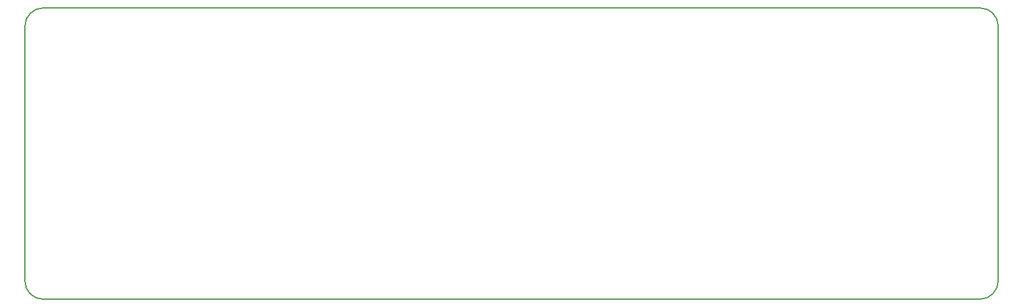
<source format=gbr>
G04 #@! TF.GenerationSoftware,KiCad,Pcbnew,(5.1.8)-1*
G04 #@! TF.CreationDate,2020-11-11T23:30:57+03:00*
G04 #@! TF.ProjectId,h3xSv2,68337853-7632-42e6-9b69-6361645f7063,rev?*
G04 #@! TF.SameCoordinates,Original*
G04 #@! TF.FileFunction,Profile,NP*
%FSLAX46Y46*%
G04 Gerber Fmt 4.6, Leading zero omitted, Abs format (unit mm)*
G04 Created by KiCad (PCBNEW (5.1.8)-1) date 2020-11-11 23:30:57*
%MOMM*%
%LPD*%
G01*
G04 APERTURE LIST*
G04 #@! TA.AperFunction,Profile*
%ADD10C,0.150000*%
G04 #@! TD*
G04 APERTURE END LIST*
D10*
X39370000Y-64770000D02*
X80010000Y-64770000D01*
X39370000Y-24130000D02*
X80010000Y-24130000D01*
X115570000Y-64770000D02*
X170180000Y-64770000D01*
X115570000Y-24130000D02*
X170180000Y-24130000D01*
X36830000Y-26670000D02*
G75*
G02*
X39370000Y-24130000I2540000J0D01*
G01*
X170180000Y-24130000D02*
G75*
G02*
X172720000Y-26670000I0J-2540000D01*
G01*
X172720000Y-62230000D02*
G75*
G02*
X170180000Y-64770000I-2540000J0D01*
G01*
X39370000Y-64770000D02*
G75*
G02*
X36830000Y-62230000I0J2540000D01*
G01*
X115570000Y-64770000D02*
X80010000Y-64770000D01*
X172720000Y-26670000D02*
X172720000Y-62230000D01*
X80010000Y-24130000D02*
X115570000Y-24130000D01*
X36830000Y-62230000D02*
X36830000Y-26670000D01*
M02*

</source>
